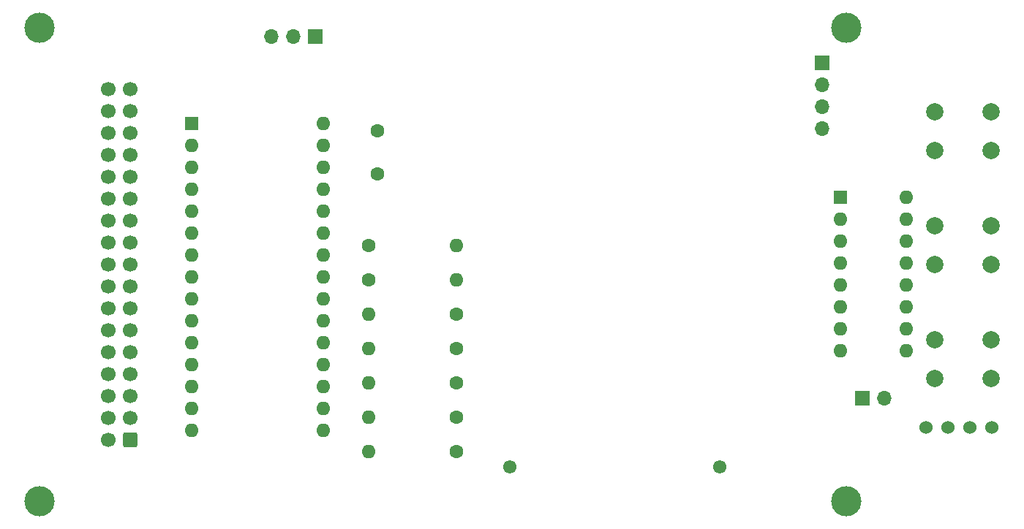
<source format=gbr>
%TF.GenerationSoftware,KiCad,Pcbnew,9.0.0*%
%TF.CreationDate,2025-03-11T00:37:20+03:00*%
%TF.ProjectId,delta_flop_arduino2,64656c74-615f-4666-9c6f-705f61726475,1*%
%TF.SameCoordinates,Original*%
%TF.FileFunction,Soldermask,Bot*%
%TF.FilePolarity,Negative*%
%FSLAX46Y46*%
G04 Gerber Fmt 4.6, Leading zero omitted, Abs format (unit mm)*
G04 Created by KiCad (PCBNEW 9.0.0) date 2025-03-11 00:37:20*
%MOMM*%
%LPD*%
G01*
G04 APERTURE LIST*
G04 Aperture macros list*
%AMRoundRect*
0 Rectangle with rounded corners*
0 $1 Rounding radius*
0 $2 $3 $4 $5 $6 $7 $8 $9 X,Y pos of 4 corners*
0 Add a 4 corners polygon primitive as box body*
4,1,4,$2,$3,$4,$5,$6,$7,$8,$9,$2,$3,0*
0 Add four circle primitives for the rounded corners*
1,1,$1+$1,$2,$3*
1,1,$1+$1,$4,$5*
1,1,$1+$1,$6,$7*
1,1,$1+$1,$8,$9*
0 Add four rect primitives between the rounded corners*
20,1,$1+$1,$2,$3,$4,$5,0*
20,1,$1+$1,$4,$5,$6,$7,0*
20,1,$1+$1,$6,$7,$8,$9,0*
20,1,$1+$1,$8,$9,$2,$3,0*%
G04 Aperture macros list end*
%ADD10C,1.524000*%
%ADD11C,3.500000*%
%ADD12C,1.550000*%
%ADD13C,1.600000*%
%ADD14O,1.600000X1.600000*%
%ADD15RoundRect,0.250000X0.600000X0.600000X-0.600000X0.600000X-0.600000X-0.600000X0.600000X-0.600000X0*%
%ADD16C,1.700000*%
%ADD17R,1.600000X1.600000*%
%ADD18R,1.700000X1.700000*%
%ADD19O,1.700000X1.700000*%
%ADD20C,2.000000*%
G04 APERTURE END LIST*
D10*
%TO.C,J3*%
X197462500Y-101825000D03*
X200002500Y-101825000D03*
X202542500Y-101825000D03*
X205082500Y-101825000D03*
%TD*%
D11*
%TO.C,H1*%
X94876400Y-55499200D03*
%TD*%
%TO.C,H4*%
X188276000Y-110392400D03*
%TD*%
D12*
%TO.C,J2*%
X173611000Y-106367200D03*
X149351000Y-106367200D03*
%TD*%
D13*
%TO.C,R3*%
X143160000Y-88716700D03*
D14*
X133000000Y-88716700D03*
%TD*%
D13*
%TO.C,R4*%
X143160000Y-92700000D03*
D14*
X133000000Y-92700000D03*
%TD*%
D15*
%TO.C,D1*%
X105340000Y-103265800D03*
D16*
X102800000Y-103265800D03*
X105340000Y-100725800D03*
X102800000Y-100725800D03*
X105340000Y-98185800D03*
X102800000Y-98185800D03*
X105340000Y-95645800D03*
X102800000Y-95645800D03*
X105340000Y-93105800D03*
X102800000Y-93105800D03*
X105340000Y-90565800D03*
X102800000Y-90565800D03*
X105340000Y-88025800D03*
X102800000Y-88025800D03*
X105340000Y-85485800D03*
X102800000Y-85485800D03*
X105340000Y-82945800D03*
X102800000Y-82945800D03*
X105340000Y-80405800D03*
X102800000Y-80405800D03*
X105340000Y-77865800D03*
X102800000Y-77865800D03*
X105340000Y-75325800D03*
X102800000Y-75325800D03*
X105340000Y-72785800D03*
X102800000Y-72785800D03*
X105340000Y-70245800D03*
X102800000Y-70245800D03*
X105340000Y-67705800D03*
X102800000Y-67705800D03*
X105340000Y-65165800D03*
X102800000Y-65165800D03*
X105340000Y-62625800D03*
X102800000Y-62625800D03*
%TD*%
D11*
%TO.C,H2*%
X188276000Y-55499200D03*
%TD*%
D17*
%TO.C,U1*%
X112500000Y-66650000D03*
D14*
X112500000Y-69190000D03*
X112500000Y-71730000D03*
X112500000Y-74270000D03*
X112500000Y-76810000D03*
X112500000Y-79350000D03*
X112500000Y-81890000D03*
X112500000Y-84430000D03*
X112500000Y-86970000D03*
X112500000Y-89510000D03*
X112500000Y-92050000D03*
X112500000Y-94590000D03*
X112500000Y-97130000D03*
X112500000Y-99670000D03*
X112500000Y-102210000D03*
X127740000Y-102210000D03*
X127740000Y-99670000D03*
X127740000Y-97130000D03*
X127740000Y-94590000D03*
X127740000Y-92050000D03*
X127740000Y-89510000D03*
X127740000Y-86970000D03*
X127740000Y-84430000D03*
X127740000Y-81890000D03*
X127740000Y-79350000D03*
X127740000Y-76810000D03*
X127740000Y-74270000D03*
X127740000Y-71730000D03*
X127740000Y-69190000D03*
X127740000Y-66650000D03*
%TD*%
D13*
%TO.C,R2*%
X133000000Y-84733300D03*
D14*
X143160000Y-84733300D03*
%TD*%
D13*
%TO.C,R5*%
X143160000Y-96683300D03*
D14*
X133000000Y-96683300D03*
%TD*%
D11*
%TO.C,H3*%
X94876400Y-110392400D03*
%TD*%
D13*
%TO.C,R1*%
X133000000Y-80750000D03*
D14*
X143160000Y-80750000D03*
%TD*%
D18*
%TO.C,J1*%
X185500000Y-59550000D03*
D19*
X185500000Y-62090000D03*
X185500000Y-64630000D03*
X185500000Y-67170000D03*
%TD*%
D13*
%TO.C,R7*%
X143160000Y-104650000D03*
D14*
X133000000Y-104650000D03*
%TD*%
D18*
%TO.C,JP2*%
X190114000Y-98425000D03*
D19*
X192654000Y-98425000D03*
%TD*%
D18*
%TO.C,JP1*%
X126775000Y-56550000D03*
D19*
X124235000Y-56550000D03*
X121695000Y-56550000D03*
%TD*%
D13*
%TO.C,R6*%
X143160000Y-100666700D03*
D14*
X133000000Y-100666700D03*
%TD*%
D13*
%TO.C,C1*%
X133985000Y-72477000D03*
X133985000Y-67477000D03*
%TD*%
D17*
%TO.C,D2*%
X187579000Y-75184000D03*
D14*
X187579000Y-77724000D03*
X187579000Y-80264000D03*
X187579000Y-82804000D03*
X187579000Y-85344000D03*
X187579000Y-87884000D03*
X187579000Y-90424000D03*
X187579000Y-92964000D03*
X195199000Y-92964000D03*
X195199000Y-90424000D03*
X195199000Y-87884000D03*
X195199000Y-85344000D03*
X195199000Y-82804000D03*
X195199000Y-80264000D03*
X195199000Y-77724000D03*
X195199000Y-75184000D03*
%TD*%
D20*
%TO.C,SW2*%
X205000000Y-78450000D03*
X198500000Y-78450000D03*
X205000000Y-82950000D03*
X198500000Y-82950000D03*
%TD*%
%TO.C,SW3*%
X205000000Y-91650000D03*
X198500000Y-91650000D03*
X205000000Y-96150000D03*
X198500000Y-96150000D03*
%TD*%
%TO.C,SW1*%
X205000000Y-65250000D03*
X198500000Y-65250000D03*
X205000000Y-69750000D03*
X198500000Y-69750000D03*
%TD*%
M02*

</source>
